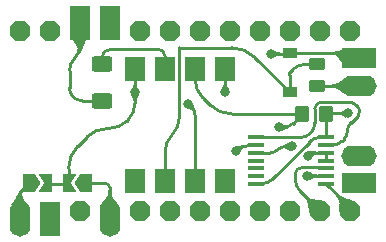
<source format=gbr>
%TF.GenerationSoftware,KiCad,Pcbnew,(6.0.9)*%
%TF.CreationDate,2022-11-13T21:00:24-06:00*%
%TF.ProjectId,melodyous-micro,6d656c6f-6479-46f7-9573-2d6d6963726f,rev?*%
%TF.SameCoordinates,Original*%
%TF.FileFunction,Copper,L1,Top*%
%TF.FilePolarity,Positive*%
%FSLAX46Y46*%
G04 Gerber Fmt 4.6, Leading zero omitted, Abs format (unit mm)*
G04 Created by KiCad (PCBNEW (6.0.9)) date 2022-11-13 21:00:24*
%MOMM*%
%LPD*%
G01*
G04 APERTURE LIST*
G04 Aperture macros list*
%AMRoundRect*
0 Rectangle with rounded corners*
0 $1 Rounding radius*
0 $2 $3 $4 $5 $6 $7 $8 $9 X,Y pos of 4 corners*
0 Add a 4 corners polygon primitive as box body*
4,1,4,$2,$3,$4,$5,$6,$7,$8,$9,$2,$3,0*
0 Add four circle primitives for the rounded corners*
1,1,$1+$1,$2,$3*
1,1,$1+$1,$4,$5*
1,1,$1+$1,$6,$7*
1,1,$1+$1,$8,$9*
0 Add four rect primitives between the rounded corners*
20,1,$1+$1,$2,$3,$4,$5,0*
20,1,$1+$1,$4,$5,$6,$7,0*
20,1,$1+$1,$6,$7,$8,$9,0*
20,1,$1+$1,$8,$9,$2,$3,0*%
%AMFreePoly0*
4,1,6,0.500000,-0.750000,-0.650000,-0.750000,-0.150000,0.000000,-0.650000,0.750000,0.500000,0.750000,0.500000,-0.750000,0.500000,-0.750000,$1*%
%AMFreePoly1*
4,1,6,1.000000,0.000000,0.500000,-0.750000,-0.500000,-0.750000,-0.500000,0.750000,0.500000,0.750000,1.000000,0.000000,1.000000,0.000000,$1*%
%AMFreePoly2*
4,1,17,0.377620,0.861655,0.861655,0.377620,0.876300,0.342265,0.876300,-0.342265,0.861655,-0.377620,0.377620,-0.861655,0.342265,-0.876300,-0.342265,-0.876300,-0.377620,-0.861655,-0.861655,-0.377620,-0.876300,-0.342265,-0.876300,0.342265,-0.861655,0.377620,-0.377620,0.861655,-0.342265,0.876300,0.342265,0.876300,0.377620,0.861655,0.377620,0.861655,$1*%
G04 Aperture macros list end*
%TA.AperFunction,SMDPad,CuDef*%
%ADD10R,1.200000X0.900000*%
%TD*%
%TA.AperFunction,SMDPad,CuDef*%
%ADD11R,1.450000X0.450000*%
%TD*%
%TA.AperFunction,SMDPad,CuDef*%
%ADD12RoundRect,0.250000X-0.350000X-0.450000X0.350000X-0.450000X0.350000X0.450000X-0.350000X0.450000X0*%
%TD*%
%TA.AperFunction,SMDPad,CuDef*%
%ADD13R,1.780000X2.000000*%
%TD*%
%TA.AperFunction,SMDPad,CuDef*%
%ADD14FreePoly0,180.000000*%
%TD*%
%TA.AperFunction,SMDPad,CuDef*%
%ADD15FreePoly1,180.000000*%
%TD*%
%TA.AperFunction,SMDPad,CuDef*%
%ADD16RoundRect,0.250000X-0.625000X0.400000X-0.625000X-0.400000X0.625000X-0.400000X0.625000X0.400000X0*%
%TD*%
%TA.AperFunction,SMDPad,CuDef*%
%ADD17FreePoly0,0.000000*%
%TD*%
%TA.AperFunction,SMDPad,CuDef*%
%ADD18FreePoly1,0.000000*%
%TD*%
%TA.AperFunction,SMDPad,CuDef*%
%ADD19RoundRect,0.250000X0.450000X-0.262500X0.450000X0.262500X-0.450000X0.262500X-0.450000X-0.262500X0*%
%TD*%
%TA.AperFunction,ComponentPad*%
%ADD20R,3.000000X1.752600*%
%TD*%
%TA.AperFunction,ComponentPad*%
%ADD21O,3.000000X1.752600*%
%TD*%
%TA.AperFunction,ComponentPad*%
%ADD22O,1.752600X3.000000*%
%TD*%
%TA.AperFunction,ComponentPad*%
%ADD23R,1.752600X3.000000*%
%TD*%
%TA.AperFunction,ComponentPad*%
%ADD24FreePoly2,0.000000*%
%TD*%
%TA.AperFunction,ViaPad*%
%ADD25C,0.800000*%
%TD*%
%TA.AperFunction,Conductor*%
%ADD26C,0.250000*%
%TD*%
G04 APERTURE END LIST*
D10*
%TO.P,D1,2,A*%
%TO.N,Net-(D1-Pad2)*%
X130770000Y-67909998D03*
%TO.P,D1,1,K*%
%TO.N,Net-(D1-Pad1)*%
X130770000Y-71209998D03*
%TD*%
D11*
%TO.P,MCP42010,1,~{CS}*%
%TO.N,Net-(MCP42010-Pad1)*%
X133860000Y-78940000D03*
%TO.P,MCP42010,2,SCK*%
%TO.N,Net-(MCP42010-Pad2)*%
X133860000Y-78290000D03*
%TO.P,MCP42010,3,SI*%
%TO.N,Net-(MCP42010-Pad3)*%
X133860000Y-77640000D03*
%TO.P,MCP42010,4,VSS*%
%TO.N,Net-(ISOLATOR1-Pad5)*%
X133860000Y-76990000D03*
%TO.P,MCP42010,5,PB1*%
X133860000Y-76340000D03*
%TO.P,MCP42010,6,PW1*%
%TO.N,Net-(MCP42010-Pad6)*%
X133860000Y-75690000D03*
%TO.P,MCP42010,7,PA1*%
%TO.N,Net-(ISOLATOR1-Pad8)*%
X133860000Y-75040000D03*
%TO.P,MCP42010,8,PA0*%
%TO.N,Net-(MCP42010-Pad6)*%
X127960000Y-75040000D03*
%TO.P,MCP42010,9,PW0*%
%TO.N,Net-(MCP42010-Pad9)*%
X127960000Y-75690000D03*
%TO.P,MCP42010,10,PB0*%
%TO.N,Net-(MCP42010-Pad10)*%
X127960000Y-76340000D03*
%TO.P,MCP42010,11,~{RS}*%
%TO.N,unconnected-(MCP42010-Pad11)*%
X127960000Y-76990000D03*
%TO.P,MCP42010,12,~{SHDN}*%
%TO.N,unconnected-(MCP42010-Pad12)*%
X127960000Y-77640000D03*
%TO.P,MCP42010,13,SO*%
%TO.N,unconnected-(MCP42010-Pad13)*%
X127960000Y-78290000D03*
%TO.P,MCP42010,14,VDD*%
%TO.N,Net-(ISOLATOR1-Pad8)*%
X127960000Y-78940000D03*
%TD*%
D12*
%TO.P,R1,2*%
%TO.N,Net-(ISOLATOR1-Pad8)*%
X133840000Y-73060000D03*
%TO.P,R1,1*%
%TO.N,Net-(ISOLATOR1-Pad6)*%
X131840000Y-73060000D03*
%TD*%
D13*
%TO.P,ISOLATOR1,8,VCC*%
%TO.N,Net-(ISOLATOR1-Pad8)*%
X117690000Y-69205000D03*
%TO.P,ISOLATOR1,7,VO1*%
%TO.N,Net-(ISOLATOR1-Pad7)*%
X120230000Y-69205000D03*
%TO.P,ISOLATOR1,6,VO2*%
%TO.N,Net-(ISOLATOR1-Pad6)*%
X122770000Y-69205000D03*
%TO.P,ISOLATOR1,5,GND*%
%TO.N,Net-(ISOLATOR1-Pad5)*%
X125310000Y-69205000D03*
%TO.P,ISOLATOR1,4,NC*%
%TO.N,unconnected-(ISOLATOR1-Pad4)*%
X125310000Y-78735000D03*
%TO.P,ISOLATOR1,3,C2*%
%TO.N,Net-(D1-Pad2)*%
X122770000Y-78735000D03*
%TO.P,ISOLATOR1,2,C1*%
%TO.N,Net-(D1-Pad1)*%
X120230000Y-78735000D03*
%TO.P,ISOLATOR1,1,NC*%
%TO.N,unconnected-(ISOLATOR1-Pad1)*%
X117690000Y-78735000D03*
%TD*%
D14*
%TO.P,JP2,2,B*%
%TO.N,Net-(ISOLATOR1-Pad8)*%
X112090000Y-78900000D03*
D15*
%TO.P,JP2,1,A*%
%TO.N,Net-(JP2-Pad1)*%
X113540000Y-78900000D03*
%TD*%
D16*
%TO.P,R2,2*%
%TO.N,Net-(ISOLATOR1-Pad5)*%
X114850000Y-71920000D03*
%TO.P,R2,1*%
%TO.N,Net-(ISOLATOR1-Pad7)*%
X114850000Y-68820000D03*
%TD*%
D17*
%TO.P,JP1,2,B*%
%TO.N,Net-(ISOLATOR1-Pad8)*%
X110145000Y-78900000D03*
D18*
%TO.P,JP1,1,A*%
%TO.N,Net-(JP1-Pad1)*%
X108695000Y-78900000D03*
%TD*%
D19*
%TO.P,R3,2*%
%TO.N,Net-(D1-Pad1)*%
X133100000Y-68855000D03*
%TO.P,R3,1*%
%TO.N,Net-(J1-PadA)*%
X133100000Y-70680000D03*
%TD*%
D20*
%TO.P,J1,C*%
%TO.N,Net-(D1-Pad2)*%
X136660400Y-68320000D03*
D21*
%TO.P,J1,A*%
%TO.N,Net-(J1-PadA)*%
X136660400Y-70682000D03*
%TD*%
D22*
%TO.P,U1,24,RAW*%
%TO.N,Net-(JP1-Pad1)*%
X107910000Y-81900400D03*
D23*
%TO.P,U1,23,GND*%
%TO.N,Net-(ISOLATOR1-Pad5)*%
X110450000Y-81900400D03*
D24*
%TO.P,U1,22,RST*%
%TO.N,unconnected-(U1-Pad22)*%
X112990000Y-81240000D03*
D22*
%TO.P,U1,21,VCC*%
%TO.N,Net-(JP2-Pad1)*%
X115530000Y-81900400D03*
D24*
%TO.P,U1,20,A3/PF4*%
%TO.N,unconnected-(U1-Pad20)*%
X118070000Y-81240000D03*
%TO.P,U1,19,A2/PF5*%
%TO.N,unconnected-(U1-Pad19)*%
X120610000Y-81240000D03*
%TO.P,U1,18,A1/PF6*%
%TO.N,unconnected-(U1-Pad18)*%
X123150000Y-81240000D03*
%TO.P,U1,17,A0/PF7*%
%TO.N,unconnected-(U1-Pad17)*%
X125690000Y-81240000D03*
%TO.P,U1,16,15/PB1*%
%TO.N,Net-(MCP42010-Pad2)*%
X128230000Y-81240000D03*
%TO.P,U1,15,14/PB3*%
%TO.N,unconnected-(U1-Pad15)*%
X130770000Y-81240000D03*
%TO.P,U1,14,16/PB2*%
%TO.N,Net-(MCP42010-Pad3)*%
X133310000Y-81240000D03*
%TO.P,U1,13,10/PB6*%
%TO.N,Net-(MCP42010-Pad1)*%
X135850000Y-81240000D03*
%TO.P,U1,12,9/PB5*%
%TO.N,unconnected-(U1-Pad12)*%
X135850000Y-66000000D03*
%TO.P,U1,11,8/PB4*%
%TO.N,unconnected-(U1-Pad11)*%
X133310000Y-66000000D03*
%TO.P,U1,10,7/PE6*%
%TO.N,unconnected-(U1-Pad10)*%
X130770000Y-66000000D03*
%TO.P,U1,9,6/PD7*%
%TO.N,unconnected-(U1-Pad9)*%
X128230000Y-66000000D03*
%TO.P,U1,8,5/PC6*%
%TO.N,unconnected-(U1-Pad8)*%
X125690000Y-66000000D03*
%TO.P,U1,7,4/PD4*%
%TO.N,unconnected-(U1-Pad7)*%
X123150000Y-66000000D03*
%TO.P,U1,6,3/PD0*%
%TO.N,unconnected-(U1-Pad6)*%
X120610000Y-66000000D03*
%TO.P,U1,5,2/PD1*%
%TO.N,unconnected-(U1-Pad5)*%
X118070000Y-66000000D03*
D23*
%TO.P,U1,4,GND*%
%TO.N,Net-(ISOLATOR1-Pad5)*%
X115530000Y-65339600D03*
%TO.P,U1,3,GND*%
X112990000Y-65339600D03*
D24*
%TO.P,U1,2,RX1/PD2*%
%TO.N,Net-(ISOLATOR1-Pad6)*%
X110450000Y-66000000D03*
%TO.P,U1,1,TX0/PD3*%
%TO.N,unconnected-(U1-Pad1)*%
X107910000Y-66000000D03*
%TD*%
D21*
%TO.P,POTW1,2,Pin_2*%
%TO.N,Net-(MCP42010-Pad10)*%
X136660400Y-76568000D03*
D20*
%TO.P,POTW1,1,Pin_1*%
%TO.N,Net-(MCP42010-Pad9)*%
X136660400Y-78900000D03*
%TD*%
D25*
%TO.N,Net-(D1-Pad2)*%
X129190000Y-67970000D03*
X122212109Y-72226218D03*
%TO.N,Net-(ISOLATOR1-Pad5)*%
X132305070Y-76607799D03*
X125340000Y-71200000D03*
%TO.N,Net-(ISOLATOR1-Pad6)*%
X129860000Y-74170000D03*
%TO.N,Net-(ISOLATOR1-Pad8)*%
X117690000Y-71220000D03*
X135730000Y-73000000D03*
%TO.N,Net-(MCP42010-Pad2)*%
X132270000Y-78290000D03*
%TO.N,Net-(MCP42010-Pad9)*%
X126200000Y-76160000D03*
%TO.N,Net-(MCP42010-Pad10)*%
X130960000Y-75800000D03*
%TD*%
D26*
%TO.N,Net-(JP1-Pad1)*%
X108302500Y-79292500D02*
X108695000Y-78900000D01*
X107910000Y-80240078D02*
X107910000Y-81240000D01*
X107909992Y-80240078D02*
G75*
G02*
X108302501Y-79292501I1340108J-22D01*
G01*
%TO.N,Net-(JP2-Pad1)*%
X115154436Y-78900000D02*
X113540000Y-78900000D01*
X115530000Y-79275563D02*
X115530000Y-81240000D01*
X115530015Y-79275563D02*
G75*
G03*
X115420000Y-79010000I-375615J-37D01*
G01*
X115154436Y-78899985D02*
G75*
G02*
X115420000Y-79010000I-36J-375615D01*
G01*
%TO.N,Net-(MCP42010-Pad6)*%
X135378425Y-75201573D02*
X135254159Y-75325840D01*
X135721342Y-72035000D02*
X133489999Y-72035000D01*
X135961573Y-73793731D02*
X136573167Y-73182137D01*
X136427500Y-72327500D02*
X136573167Y-72473167D01*
X132915000Y-73817035D02*
X132915000Y-72609999D01*
X131692035Y-75040000D02*
X127960000Y-75040000D01*
X135961546Y-73793704D02*
G75*
G03*
X135670000Y-74497652I703954J-703896D01*
G01*
X132556792Y-74681792D02*
G75*
G03*
X132915000Y-73817035I-864792J864792D01*
G01*
X133083414Y-72203414D02*
G75*
G03*
X132915000Y-72609999I406586J-406586D01*
G01*
X136719970Y-72827652D02*
G75*
G02*
X136573166Y-73182136I-501270J-48D01*
G01*
X135378451Y-75201599D02*
G75*
G03*
X135670000Y-74497652I-703951J703899D01*
G01*
X131692035Y-75040014D02*
G75*
G03*
X132556801Y-74681801I-35J1223014D01*
G01*
X134375000Y-75690005D02*
G75*
G03*
X135254159Y-75325840I0J1243305D01*
G01*
X133083414Y-72203414D02*
G75*
G02*
X133489999Y-72035000I406586J-406586D01*
G01*
X136427488Y-72327512D02*
G75*
G03*
X135721342Y-72035000I-706188J-706188D01*
G01*
X136573140Y-72473194D02*
G75*
G02*
X136720000Y-72827652I-354440J-354506D01*
G01*
%TO.N,Net-(D1-Pad1)*%
X132047149Y-68855000D02*
X133100000Y-68855000D01*
X121443535Y-67440000D02*
X125873020Y-67440000D01*
X127796898Y-68236896D02*
X130770000Y-71209998D01*
X120230000Y-76269134D02*
X120230000Y-78735000D01*
X130730000Y-69610000D02*
X131087500Y-69252500D01*
X121445000Y-73335865D02*
X121445000Y-67448535D01*
X130770000Y-69786568D02*
X130770000Y-71209998D01*
X130770013Y-69786568D02*
G75*
G03*
X130730000Y-69690000I-136613J-32D01*
G01*
X130730000Y-69690000D02*
G75*
G02*
X130730000Y-69610000I40000J40000D01*
G01*
X121442439Y-67442561D02*
G75*
G02*
X121443535Y-67440000I1061J1061D01*
G01*
X127796893Y-68236901D02*
G75*
G03*
X125873020Y-67440000I-1923893J-1923899D01*
G01*
X121444985Y-73335865D02*
G75*
G02*
X120837500Y-74802500I-2074085J-35D01*
G01*
X120837490Y-74802490D02*
G75*
G03*
X120230000Y-76269134I1466610J-1466610D01*
G01*
X121444985Y-67448535D02*
G75*
G03*
X121442500Y-67442500I-8485J35D01*
G01*
X132047149Y-68855021D02*
G75*
G03*
X131087500Y-69252500I-49J-1357079D01*
G01*
%TO.N,Net-(D1-Pad2)*%
X129190000Y-67970000D02*
X130667570Y-67970000D01*
X130812427Y-67909998D02*
X135589998Y-67909998D01*
X122770000Y-73178597D02*
X122770000Y-78735000D01*
X122491054Y-72505163D02*
X122212109Y-72226218D01*
X122769995Y-73178597D02*
G75*
G03*
X122491053Y-72505164I-952395J-3D01*
G01*
%TO.N,Net-(J1-PadA)*%
X136000000Y-70682000D02*
X133102000Y-70682000D01*
%TO.N,Net-(ISOLATOR1-Pad5)*%
X132762231Y-76340000D02*
X133860000Y-76340000D01*
X125310000Y-71148786D02*
X125310000Y-69205000D01*
X133860000Y-76340000D02*
X133860000Y-76990000D01*
X125340000Y-71200000D02*
X125325000Y-71185000D01*
X112140000Y-70878664D02*
X112140000Y-69371040D01*
X132305070Y-76607799D02*
X132438969Y-76473899D01*
X113181335Y-71920000D02*
X114850000Y-71920000D01*
X112990000Y-67318959D02*
X112990000Y-66000000D01*
X112444990Y-71615010D02*
G75*
G02*
X112140000Y-70878664I736310J736310D01*
G01*
X132762231Y-76340033D02*
G75*
G03*
X132438969Y-76473899I-31J-457167D01*
G01*
X112564988Y-68344988D02*
G75*
G03*
X112140000Y-69371040I1026012J-1026012D01*
G01*
X125324996Y-71185004D02*
G75*
G02*
X125310000Y-71148786I36204J36204D01*
G01*
X112444990Y-71615010D02*
G75*
G03*
X113181335Y-71920000I736310J736310D01*
G01*
X112565012Y-68345012D02*
G75*
G03*
X112990000Y-67318959I-1026012J1026012D01*
G01*
%TO.N,Net-(ISOLATOR1-Pad6)*%
X122770000Y-70117500D02*
X122770000Y-69205000D01*
X125926981Y-73060000D02*
X131840000Y-73060000D01*
X123415234Y-71675234D02*
X124003103Y-72263103D01*
X130295000Y-74170000D02*
X129860000Y-74170000D01*
X131840000Y-73060000D02*
X131037591Y-73862408D01*
X124003107Y-72263099D02*
G75*
G03*
X125926981Y-73060000I1923893J1923899D01*
G01*
X122770009Y-70117500D02*
G75*
G03*
X123415234Y-71675234I2202991J0D01*
G01*
X131037595Y-73862412D02*
G75*
G02*
X130295000Y-74170000I-742595J742612D01*
G01*
%TO.N,Net-(ISOLATOR1-Pad7)*%
X120230000Y-68164558D02*
X120230000Y-69205000D01*
X115652340Y-67550000D02*
X119615441Y-67550000D01*
X119615441Y-67549983D02*
G75*
G02*
X120050000Y-67730000I-41J-614617D01*
G01*
X120230017Y-68164558D02*
G75*
G03*
X120050000Y-67730000I-614617J-42D01*
G01*
X115084988Y-67784988D02*
G75*
G02*
X115652340Y-67550000I567312J-567312D01*
G01*
X114850017Y-68352340D02*
G75*
G02*
X115085000Y-67785000I802283J40D01*
G01*
%TO.N,Net-(ISOLATOR1-Pad8)*%
X117690000Y-72095000D02*
X117690000Y-71220000D01*
X112070000Y-78970000D02*
X112080000Y-78980000D01*
X112060000Y-77675154D02*
X112060000Y-78945857D01*
X112045857Y-78960000D02*
X110535000Y-78960000D01*
X135730000Y-73000000D02*
X133942426Y-73000000D01*
X133860000Y-75040000D02*
X133860000Y-73080000D01*
X117690000Y-71220000D02*
X117690000Y-69205000D01*
X117071281Y-73588718D02*
X117034999Y-73624999D01*
X132472607Y-75402392D02*
X129279714Y-78595285D01*
X115453690Y-74280000D02*
X115354086Y-74280000D01*
X113602742Y-75005430D02*
X112856896Y-75751276D01*
X115354086Y-74279998D02*
G75*
G03*
X113602743Y-75005431I14J-2476802D01*
G01*
X117690010Y-72095000D02*
G75*
G02*
X117071281Y-73588718I-2112410J0D01*
G01*
X128447500Y-78940007D02*
G75*
G03*
X129279713Y-78595284I0J1176907D01*
G01*
X133347500Y-75040004D02*
G75*
G03*
X132472607Y-75402392I0J-1237296D01*
G01*
X117035003Y-73625003D02*
G75*
G02*
X115453690Y-74280000I-1581303J1581303D01*
G01*
X112856914Y-75751294D02*
G75*
G03*
X112060000Y-77675154I1923886J-1923906D01*
G01*
%TO.N,Net-(MCP42010-Pad1)*%
X135850000Y-80930000D02*
X133860000Y-78940000D01*
%TO.N,Net-(MCP42010-Pad2)*%
X132270000Y-78290000D02*
X133860000Y-78290000D01*
%TO.N,Net-(MCP42010-Pad3)*%
X131678406Y-79608406D02*
X133310000Y-81240000D01*
X131863093Y-77565000D02*
X133785000Y-77565000D01*
X131240000Y-78550000D02*
X131240000Y-78188093D01*
X131678409Y-79608403D02*
G75*
G02*
X131240000Y-78550000I1058391J1058403D01*
G01*
X131422502Y-77747502D02*
G75*
G02*
X131863093Y-77565000I440598J-440598D01*
G01*
X131239998Y-78188093D02*
G75*
G02*
X131422500Y-77747500I623102J-7D01*
G01*
%TO.N,Net-(MCP42010-Pad9)*%
X126200000Y-76160000D02*
X126587750Y-75925000D01*
X127428903Y-75690002D02*
G75*
G03*
X126587750Y-75925000I-3J-1622898D01*
G01*
%TO.N,Net-(MCP42010-Pad10)*%
X129128162Y-76340000D02*
X127988284Y-76340000D01*
X130431837Y-75800000D02*
X130960000Y-75800000D01*
X129128162Y-76339984D02*
G75*
G03*
X129780000Y-76070000I38J921784D01*
G01*
X130431837Y-75800016D02*
G75*
G03*
X129780000Y-76070000I-37J-921784D01*
G01*
%TD*%
%TA.AperFunction,Conductor*%
%TO.N,Net-(ISOLATOR1-Pad8)*%
G36*
X135561703Y-72645826D02*
G01*
X135921231Y-72991567D01*
X135924819Y-72999771D01*
X135921231Y-73008433D01*
X135561703Y-73354174D01*
X135553365Y-73357439D01*
X135548191Y-73356119D01*
X135485994Y-73323736D01*
X135485465Y-73323443D01*
X135476739Y-73318311D01*
X135426061Y-73288503D01*
X135425785Y-73288333D01*
X135373190Y-73255118D01*
X135373188Y-73255115D01*
X135373187Y-73255116D01*
X135324437Y-73224310D01*
X135324427Y-73224304D01*
X135324359Y-73224261D01*
X135276352Y-73196476D01*
X135276150Y-73196379D01*
X135276144Y-73196376D01*
X135226339Y-73172506D01*
X135226064Y-73172374D01*
X135170389Y-73152564D01*
X135144557Y-73146563D01*
X135106524Y-73137728D01*
X135106521Y-73137728D01*
X135106222Y-73137658D01*
X135105913Y-73137620D01*
X135105909Y-73137619D01*
X135061886Y-73132162D01*
X135030461Y-73128266D01*
X134974870Y-73126259D01*
X134951278Y-73125407D01*
X134943134Y-73121684D01*
X134940000Y-73113715D01*
X134940000Y-72886285D01*
X134943427Y-72878012D01*
X134951278Y-72874593D01*
X134984212Y-72873403D01*
X135030461Y-72871733D01*
X135061886Y-72867837D01*
X135105909Y-72862380D01*
X135105913Y-72862379D01*
X135106222Y-72862341D01*
X135106521Y-72862271D01*
X135106524Y-72862271D01*
X135170070Y-72847509D01*
X135170068Y-72847509D01*
X135170389Y-72847435D01*
X135226064Y-72827625D01*
X135245766Y-72818182D01*
X135276144Y-72803623D01*
X135276150Y-72803620D01*
X135276352Y-72803523D01*
X135324359Y-72775738D01*
X135373187Y-72744883D01*
X135425785Y-72711666D01*
X135426061Y-72711496D01*
X135485465Y-72676556D01*
X135485994Y-72676263D01*
X135493879Y-72672158D01*
X135548191Y-72643881D01*
X135557111Y-72643100D01*
X135561703Y-72645826D01*
G37*
%TD.AperFunction*%
%TD*%
%TA.AperFunction,Conductor*%
%TO.N,Net-(MCP42010-Pad3)*%
G36*
X132171820Y-79924230D02*
G01*
X132316976Y-80055073D01*
X132457918Y-80153185D01*
X132590233Y-80218798D01*
X132717764Y-80259579D01*
X132718115Y-80259644D01*
X132718117Y-80259645D01*
X132844153Y-80283159D01*
X132844156Y-80283159D01*
X132844352Y-80283196D01*
X132973837Y-80297319D01*
X133109872Y-80309599D01*
X133110255Y-80309640D01*
X133146505Y-80314119D01*
X133256470Y-80327706D01*
X133257263Y-80327833D01*
X133364952Y-80348972D01*
X133417561Y-80359300D01*
X133418611Y-80359557D01*
X133589354Y-80409812D01*
X133596322Y-80415435D01*
X133597748Y-80420805D01*
X133602191Y-80648117D01*
X133619580Y-81537653D01*
X133616315Y-81545992D01*
X133607653Y-81549580D01*
X133238586Y-81542366D01*
X132490806Y-81527748D01*
X132482603Y-81524160D01*
X132479812Y-81519354D01*
X132429557Y-81348611D01*
X132429300Y-81347561D01*
X132397835Y-81187276D01*
X132397704Y-81186457D01*
X132379640Y-81040255D01*
X132379599Y-81039872D01*
X132367319Y-80903837D01*
X132353218Y-80774558D01*
X132353196Y-80774352D01*
X132329579Y-80647764D01*
X132288798Y-80520233D01*
X132223185Y-80387918D01*
X132125073Y-80246976D01*
X131994230Y-80101820D01*
X131991236Y-80093381D01*
X131994647Y-80085714D01*
X132155714Y-79924647D01*
X132163987Y-79921220D01*
X132171820Y-79924230D01*
G37*
%TD.AperFunction*%
%TD*%
%TA.AperFunction,Conductor*%
%TO.N,Net-(JP2-Pad1)*%
G36*
X115652164Y-79497127D02*
G01*
X115655575Y-79504794D01*
X115665696Y-79699955D01*
X115695980Y-79868992D01*
X115743146Y-80008948D01*
X115804488Y-80127963D01*
X115877299Y-80234174D01*
X115958873Y-80335720D01*
X116015577Y-80403678D01*
X116046380Y-80440594D01*
X116046622Y-80440894D01*
X116137222Y-80557038D01*
X116137709Y-80557709D01*
X116228810Y-80693313D01*
X116229370Y-80694237D01*
X116314565Y-80850500D01*
X116315517Y-80859405D01*
X116312726Y-80864211D01*
X115538433Y-81669381D01*
X115530229Y-81672969D01*
X115521567Y-81669381D01*
X114747274Y-80864211D01*
X114744009Y-80855872D01*
X114745435Y-80850500D01*
X114830629Y-80694237D01*
X114831189Y-80693313D01*
X114922290Y-80557709D01*
X114922777Y-80557038D01*
X115013377Y-80440894D01*
X115013619Y-80440594D01*
X115044422Y-80403678D01*
X115101126Y-80335720D01*
X115182700Y-80234174D01*
X115255511Y-80127963D01*
X115316853Y-80008948D01*
X115364019Y-79868992D01*
X115394303Y-79699955D01*
X115404425Y-79504794D01*
X115408275Y-79496709D01*
X115416109Y-79493700D01*
X115643891Y-79493700D01*
X115652164Y-79497127D01*
G37*
%TD.AperFunction*%
%TD*%
%TA.AperFunction,Conductor*%
%TO.N,Net-(D1-Pad2)*%
G36*
X129371808Y-67613881D02*
G01*
X129426828Y-67642527D01*
X129434005Y-67646263D01*
X129434534Y-67646556D01*
X129493938Y-67681496D01*
X129494214Y-67681666D01*
X129546809Y-67714881D01*
X129546811Y-67714884D01*
X129546812Y-67714883D01*
X129595640Y-67745738D01*
X129643647Y-67773523D01*
X129643849Y-67773620D01*
X129643855Y-67773623D01*
X129674233Y-67788182D01*
X129693935Y-67797625D01*
X129749610Y-67817435D01*
X129749931Y-67817509D01*
X129749929Y-67817509D01*
X129813475Y-67832271D01*
X129813478Y-67832271D01*
X129813777Y-67832341D01*
X129814086Y-67832379D01*
X129814090Y-67832380D01*
X129858113Y-67837837D01*
X129889538Y-67841733D01*
X129936068Y-67843413D01*
X129968722Y-67844593D01*
X129976866Y-67848316D01*
X129980000Y-67856285D01*
X129980000Y-68083715D01*
X129976573Y-68091988D01*
X129968722Y-68095407D01*
X129945541Y-68096244D01*
X129889538Y-68098266D01*
X129858113Y-68102162D01*
X129814090Y-68107619D01*
X129814086Y-68107620D01*
X129813777Y-68107658D01*
X129813478Y-68107728D01*
X129813475Y-68107728D01*
X129775442Y-68116563D01*
X129749610Y-68122564D01*
X129693935Y-68142374D01*
X129693660Y-68142506D01*
X129643855Y-68166376D01*
X129643849Y-68166379D01*
X129643647Y-68166476D01*
X129595640Y-68194261D01*
X129546812Y-68225116D01*
X129494214Y-68258333D01*
X129493938Y-68258503D01*
X129443260Y-68288311D01*
X129434534Y-68293443D01*
X129434005Y-68293736D01*
X129371809Y-68326119D01*
X129362889Y-68326900D01*
X129358298Y-68324175D01*
X128998769Y-67978433D01*
X128995181Y-67970229D01*
X128998769Y-67961567D01*
X129358297Y-67615826D01*
X129366636Y-67612561D01*
X129371808Y-67613881D01*
G37*
%TD.AperFunction*%
%TD*%
%TA.AperFunction,Conductor*%
%TO.N,Net-(MCP42010-Pad1)*%
G36*
X134881529Y-79784005D02*
G01*
X134989780Y-79882463D01*
X134991636Y-79884618D01*
X135012075Y-79915205D01*
X135015848Y-79920852D01*
X135082169Y-79965167D01*
X135092359Y-79967194D01*
X135096945Y-79969198D01*
X135189674Y-80036502D01*
X135330443Y-80114447D01*
X135330759Y-80114577D01*
X135330764Y-80114579D01*
X135431502Y-80155891D01*
X135464520Y-80169431D01*
X135464759Y-80169505D01*
X135464766Y-80169508D01*
X135534343Y-80191181D01*
X135595598Y-80210262D01*
X135727310Y-80245730D01*
X135727485Y-80245779D01*
X135863180Y-80284590D01*
X135863878Y-80284813D01*
X136007283Y-80335728D01*
X136008287Y-80336138D01*
X136163285Y-80407951D01*
X136164354Y-80408516D01*
X136327961Y-80505985D01*
X136333315Y-80513163D01*
X136333357Y-80518738D01*
X136075361Y-81605582D01*
X136070116Y-81612840D01*
X136060832Y-81614149D01*
X134984841Y-81313856D01*
X134977793Y-81308332D01*
X134976295Y-81303043D01*
X134969884Y-81138855D01*
X134969882Y-81137986D01*
X134975347Y-80983189D01*
X134975378Y-80982663D01*
X134986728Y-80841644D01*
X134986744Y-80841612D01*
X134986731Y-80841611D01*
X134997615Y-80711069D01*
X134997616Y-80711056D01*
X134997627Y-80710921D01*
X135001678Y-80587353D01*
X134996440Y-80518738D01*
X134992556Y-80467856D01*
X134992555Y-80467852D01*
X134992520Y-80467389D01*
X134963788Y-80347515D01*
X134909116Y-80224215D01*
X134822141Y-80093973D01*
X134708927Y-79967193D01*
X134703862Y-79961521D01*
X134700908Y-79953068D01*
X134704316Y-79945455D01*
X134865384Y-79784387D01*
X134873657Y-79780960D01*
X134881529Y-79784005D01*
G37*
%TD.AperFunction*%
%TD*%
%TA.AperFunction,Conductor*%
%TO.N,Net-(JP1-Pad1)*%
G36*
X108096678Y-79356111D02*
G01*
X108277184Y-79494451D01*
X108281666Y-79502203D01*
X108279963Y-79509979D01*
X108185008Y-79660517D01*
X108136718Y-79804123D01*
X108136693Y-79804990D01*
X108136693Y-79804992D01*
X108133008Y-79934915D01*
X108132984Y-79935763D01*
X108165999Y-80059435D01*
X108198508Y-80122242D01*
X108227782Y-80178800D01*
X108227786Y-80178807D01*
X108227957Y-80179137D01*
X108311052Y-80298867D01*
X108407477Y-80422623D01*
X108509252Y-80554178D01*
X108509587Y-80554635D01*
X108608777Y-80697751D01*
X108609363Y-80698690D01*
X108694426Y-80850458D01*
X108695482Y-80859349D01*
X108692653Y-80864287D01*
X107919753Y-81668008D01*
X107911549Y-81671596D01*
X107903210Y-81668331D01*
X107901808Y-81666710D01*
X107219424Y-80713855D01*
X107217393Y-80705134D01*
X107219516Y-80700104D01*
X107221250Y-80697751D01*
X107331052Y-80548697D01*
X107347993Y-80523576D01*
X107424593Y-80409990D01*
X107424595Y-80409987D01*
X107424659Y-80409892D01*
X107466571Y-80341802D01*
X107501420Y-80285188D01*
X107501429Y-80285173D01*
X107501467Y-80285111D01*
X107567650Y-80168931D01*
X107629378Y-80055931D01*
X107692761Y-79940806D01*
X107692891Y-79940576D01*
X107764062Y-79817956D01*
X107764273Y-79817607D01*
X107849435Y-79681995D01*
X107849685Y-79681613D01*
X107955067Y-79527483D01*
X107955320Y-79527127D01*
X108080156Y-79358437D01*
X108087832Y-79353825D01*
X108096678Y-79356111D01*
G37*
%TD.AperFunction*%
%TD*%
%TA.AperFunction,Conductor*%
%TO.N,Net-(ISOLATOR1-Pad5)*%
G36*
X125431992Y-70402213D02*
G01*
X125435411Y-70410060D01*
X125438260Y-70488183D01*
X125438292Y-70488441D01*
X125438293Y-70488447D01*
X125438896Y-70493224D01*
X125447707Y-70563108D01*
X125447780Y-70563413D01*
X125462762Y-70626209D01*
X125462765Y-70626217D01*
X125462842Y-70626542D01*
X125483163Y-70681468D01*
X125483313Y-70681764D01*
X125483315Y-70681769D01*
X125508056Y-70730642D01*
X125508062Y-70730652D01*
X125508170Y-70730866D01*
X125508301Y-70731076D01*
X125508302Y-70731078D01*
X125521699Y-70752577D01*
X125537364Y-70777717D01*
X125537438Y-70777823D01*
X125537441Y-70777828D01*
X125555385Y-70803634D01*
X125570243Y-70825003D01*
X125592308Y-70856022D01*
X125606241Y-70875610D01*
X125606388Y-70875822D01*
X125644906Y-70932582D01*
X125645188Y-70933017D01*
X125681602Y-70992152D01*
X125683022Y-71000994D01*
X125680653Y-71005745D01*
X125362668Y-71390069D01*
X125354754Y-71394259D01*
X125345849Y-71391327D01*
X124974259Y-71058576D01*
X124970382Y-71050504D01*
X124971310Y-71045252D01*
X125000256Y-70977700D01*
X125000511Y-70977144D01*
X125032050Y-70913026D01*
X125032238Y-70912661D01*
X125062574Y-70856090D01*
X125062610Y-70856022D01*
X125091116Y-70803691D01*
X125091117Y-70803689D01*
X125091147Y-70803634D01*
X125117093Y-70752407D01*
X125139791Y-70699058D01*
X125158586Y-70640304D01*
X125172823Y-70572862D01*
X125172852Y-70572605D01*
X125172854Y-70572594D01*
X125181820Y-70493683D01*
X125181821Y-70493671D01*
X125181846Y-70493450D01*
X125182022Y-70488183D01*
X125184623Y-70410096D01*
X125188324Y-70401942D01*
X125196317Y-70398786D01*
X125423719Y-70398786D01*
X125431992Y-70402213D01*
G37*
%TD.AperFunction*%
%TD*%
%TA.AperFunction,Conductor*%
%TO.N,Net-(J1-PadA)*%
G36*
X135624211Y-69899274D02*
G01*
X136319718Y-70568109D01*
X136429381Y-70673567D01*
X136432969Y-70681771D01*
X136429381Y-70690433D01*
X135992236Y-71110814D01*
X135624211Y-71464726D01*
X135615872Y-71467991D01*
X135610501Y-71466565D01*
X135454232Y-71381367D01*
X135453313Y-71380810D01*
X135317709Y-71289709D01*
X135317038Y-71289222D01*
X135200894Y-71198622D01*
X135200594Y-71198380D01*
X135163678Y-71167577D01*
X135095720Y-71110873D01*
X134994174Y-71029299D01*
X134887963Y-70956488D01*
X134887639Y-70956321D01*
X134769335Y-70895345D01*
X134769330Y-70895343D01*
X134768948Y-70895146D01*
X134628992Y-70847980D01*
X134616858Y-70845806D01*
X134460315Y-70817760D01*
X134460307Y-70817759D01*
X134459955Y-70817696D01*
X134386779Y-70813901D01*
X134264794Y-70807575D01*
X134256709Y-70803725D01*
X134253700Y-70795891D01*
X134253700Y-70568109D01*
X134257127Y-70559836D01*
X134264794Y-70556425D01*
X134393414Y-70549754D01*
X134459955Y-70546303D01*
X134460307Y-70546240D01*
X134460315Y-70546239D01*
X134628562Y-70516096D01*
X134628992Y-70516019D01*
X134768948Y-70468853D01*
X134769330Y-70468656D01*
X134769335Y-70468654D01*
X134887639Y-70407678D01*
X134887963Y-70407511D01*
X134994174Y-70334700D01*
X135095720Y-70253126D01*
X135200594Y-70165619D01*
X135200894Y-70165377D01*
X135317038Y-70074777D01*
X135317709Y-70074290D01*
X135453313Y-69983189D01*
X135454232Y-69982632D01*
X135610501Y-69897435D01*
X135619405Y-69896483D01*
X135624211Y-69899274D01*
G37*
%TD.AperFunction*%
%TD*%
%TA.AperFunction,Conductor*%
%TO.N,Net-(ISOLATOR1-Pad8)*%
G36*
X118044174Y-71388297D02*
G01*
X118047439Y-71396635D01*
X118046119Y-71401809D01*
X118013736Y-71464005D01*
X118013443Y-71464534D01*
X117978513Y-71523921D01*
X117978320Y-71524236D01*
X117945118Y-71576809D01*
X117945115Y-71576811D01*
X117945116Y-71576812D01*
X117914261Y-71625640D01*
X117886476Y-71673647D01*
X117862374Y-71723935D01*
X117842564Y-71779610D01*
X117827658Y-71843777D01*
X117818266Y-71919538D01*
X117818257Y-71919799D01*
X117815407Y-71998722D01*
X117811684Y-72006866D01*
X117803715Y-72010000D01*
X117576285Y-72010000D01*
X117568012Y-72006573D01*
X117564593Y-71998722D01*
X117561742Y-71919799D01*
X117561733Y-71919538D01*
X117552341Y-71843777D01*
X117537435Y-71779610D01*
X117517625Y-71723935D01*
X117493523Y-71673647D01*
X117465738Y-71625640D01*
X117434883Y-71576812D01*
X117401666Y-71524214D01*
X117401486Y-71523921D01*
X117366556Y-71464534D01*
X117366263Y-71464005D01*
X117333881Y-71401810D01*
X117333100Y-71392889D01*
X117335826Y-71388297D01*
X117496055Y-71221679D01*
X117496055Y-71221678D01*
X117690000Y-71020000D01*
X118044174Y-71388297D01*
G37*
%TD.AperFunction*%
%TD*%
%TA.AperFunction,Conductor*%
%TO.N,Net-(ISOLATOR1-Pad6)*%
G36*
X130041855Y-73814019D02*
G01*
X130080817Y-73834894D01*
X130101727Y-73846097D01*
X130102393Y-73846483D01*
X130161802Y-73883543D01*
X130162112Y-73883743D01*
X130216322Y-73920040D01*
X130267529Y-73953481D01*
X130267706Y-73953581D01*
X130312171Y-73978698D01*
X130317901Y-73981935D01*
X130369773Y-74003382D01*
X130370259Y-74003490D01*
X130370261Y-74003491D01*
X130379514Y-74005554D01*
X130425477Y-74015802D01*
X130426052Y-74015815D01*
X130426054Y-74015815D01*
X130486807Y-74017162D01*
X130487349Y-74017174D01*
X130524474Y-74011005D01*
X130557279Y-74005554D01*
X130557284Y-74005553D01*
X130557722Y-74005480D01*
X130628491Y-73982141D01*
X130637421Y-73982804D01*
X130643017Y-73988903D01*
X130727533Y-74199964D01*
X130727427Y-74208918D01*
X130721063Y-74215157D01*
X130633777Y-74250509D01*
X130550915Y-74285015D01*
X130479932Y-74315608D01*
X130417478Y-74343595D01*
X130360205Y-74370283D01*
X130360171Y-74370299D01*
X130329347Y-74385143D01*
X130304765Y-74396980D01*
X130247808Y-74424992D01*
X130186003Y-74455619D01*
X130185986Y-74455628D01*
X130115951Y-74490195D01*
X130115903Y-74490218D01*
X130084823Y-74505380D01*
X130041702Y-74526416D01*
X130032765Y-74526964D01*
X130028463Y-74524334D01*
X129925160Y-74424992D01*
X129668769Y-74178433D01*
X129665181Y-74170229D01*
X129668769Y-74161567D01*
X129855419Y-73982075D01*
X129957786Y-73883633D01*
X130028221Y-73815899D01*
X130036560Y-73812634D01*
X130041855Y-73814019D01*
G37*
%TD.AperFunction*%
%TD*%
%TA.AperFunction,Conductor*%
%TO.N,Net-(ISOLATOR1-Pad8)*%
G36*
X117811988Y-70433427D02*
G01*
X117815407Y-70441278D01*
X117818266Y-70520461D01*
X117827658Y-70596222D01*
X117842564Y-70660389D01*
X117862374Y-70716064D01*
X117886476Y-70766352D01*
X117914261Y-70814359D01*
X117914304Y-70814427D01*
X117914310Y-70814437D01*
X117945116Y-70863187D01*
X117945118Y-70863190D01*
X117978320Y-70915763D01*
X117978513Y-70916078D01*
X118013443Y-70975465D01*
X118013736Y-70975994D01*
X118046119Y-71038191D01*
X118046900Y-71047112D01*
X118044175Y-71051702D01*
X117690000Y-71420000D01*
X117335826Y-71051703D01*
X117332561Y-71043364D01*
X117333881Y-71038190D01*
X117366263Y-70975994D01*
X117366556Y-70975465D01*
X117401486Y-70916078D01*
X117401679Y-70915763D01*
X117434881Y-70863190D01*
X117434884Y-70863188D01*
X117434883Y-70863187D01*
X117465689Y-70814437D01*
X117465695Y-70814427D01*
X117465738Y-70814359D01*
X117493523Y-70766352D01*
X117517625Y-70716064D01*
X117537435Y-70660389D01*
X117552341Y-70596222D01*
X117561733Y-70520461D01*
X117564593Y-70441278D01*
X117568316Y-70433134D01*
X117576285Y-70430000D01*
X117803715Y-70430000D01*
X117811988Y-70433427D01*
G37*
%TD.AperFunction*%
%TD*%
%TA.AperFunction,Conductor*%
%TO.N,Net-(ISOLATOR1-Pad5)*%
G36*
X132391170Y-76208000D02*
G01*
X132391229Y-76208000D01*
X132465313Y-76208547D01*
X132465371Y-76208548D01*
X132530737Y-76209354D01*
X132530783Y-76209355D01*
X132590894Y-76210333D01*
X132590918Y-76210333D01*
X132649271Y-76211399D01*
X132709213Y-76212465D01*
X132774160Y-76213444D01*
X132847528Y-76214251D01*
X132932732Y-76214798D01*
X133021515Y-76214977D01*
X133029781Y-76218421D01*
X133033191Y-76226677D01*
X133033191Y-76454070D01*
X133029764Y-76462343D01*
X133022287Y-76465743D01*
X132990627Y-76467899D01*
X132961319Y-76469894D01*
X132961315Y-76469895D01*
X132960825Y-76469928D01*
X132901988Y-76484125D01*
X132901451Y-76484380D01*
X132901447Y-76484381D01*
X132866084Y-76501149D01*
X132854366Y-76506705D01*
X132853865Y-76507094D01*
X132853862Y-76507096D01*
X132824537Y-76529879D01*
X132815647Y-76536785D01*
X132783519Y-76573480D01*
X132783292Y-76573826D01*
X132755794Y-76615716D01*
X132755786Y-76615729D01*
X132755670Y-76615906D01*
X132729786Y-76663179D01*
X132705052Y-76711493D01*
X132703586Y-76714356D01*
X132703501Y-76714518D01*
X132674807Y-76768466D01*
X132674513Y-76768986D01*
X132645156Y-76817980D01*
X132637964Y-76823315D01*
X132632559Y-76823382D01*
X132146754Y-76714344D01*
X132139432Y-76709188D01*
X132137900Y-76700366D01*
X132138237Y-76699166D01*
X132150429Y-76663259D01*
X132302368Y-76215757D01*
X132308273Y-76209025D01*
X132313474Y-76207819D01*
X132391170Y-76208000D01*
G37*
%TD.AperFunction*%
%TD*%
%TA.AperFunction,Conductor*%
%TO.N,Net-(ISOLATOR1-Pad5)*%
G36*
X112997132Y-65571313D02*
G01*
X112998286Y-65572600D01*
X113706260Y-66491067D01*
X113708596Y-66499711D01*
X113706821Y-66504556D01*
X113584156Y-66694461D01*
X113487264Y-66868950D01*
X113487187Y-66869114D01*
X113487180Y-66869127D01*
X113464590Y-66917047D01*
X113412586Y-67027363D01*
X113352079Y-67175984D01*
X113352062Y-67176029D01*
X113352055Y-67176047D01*
X113297722Y-67321041D01*
X113297701Y-67321097D01*
X113241480Y-67468795D01*
X113241324Y-67469183D01*
X113175290Y-67625620D01*
X113175022Y-67626210D01*
X113091067Y-67797896D01*
X113090726Y-67798540D01*
X112980797Y-67991816D01*
X112980439Y-67992404D01*
X112842804Y-68203868D01*
X112835419Y-68208933D01*
X112826354Y-68207117D01*
X112639359Y-68078112D01*
X112634495Y-68070593D01*
X112635874Y-68062625D01*
X112747816Y-67868990D01*
X112771418Y-67797896D01*
X112807936Y-67687892D01*
X112808169Y-67687190D01*
X112819545Y-67521465D01*
X112789960Y-67366702D01*
X112727434Y-67217786D01*
X112727238Y-67217453D01*
X112727234Y-67217446D01*
X112640095Y-67069792D01*
X112640092Y-67069787D01*
X112639985Y-67069606D01*
X112535632Y-66917047D01*
X112422499Y-66755148D01*
X112422295Y-66754845D01*
X112364592Y-66665512D01*
X112308525Y-66578711D01*
X112308078Y-66577959D01*
X112205430Y-66389497D01*
X112204482Y-66380593D01*
X112207272Y-66375791D01*
X112980589Y-65571636D01*
X112988793Y-65568048D01*
X112997132Y-65571313D01*
G37*
%TD.AperFunction*%
%TD*%
%TA.AperFunction,Conductor*%
%TO.N,Net-(D1-Pad2)*%
G36*
X135999788Y-67447140D02*
G01*
X136002921Y-67451835D01*
X136331055Y-68365724D01*
X136383624Y-68512136D01*
X136383194Y-68521081D01*
X136375867Y-68527328D01*
X136171439Y-68586533D01*
X135303065Y-68838026D01*
X135294165Y-68837036D01*
X135290160Y-68833404D01*
X135205868Y-68710450D01*
X135205528Y-68709924D01*
X135130368Y-68586636D01*
X135130247Y-68586433D01*
X135063113Y-68471125D01*
X135063089Y-68471083D01*
X134998358Y-68365538D01*
X134930427Y-68271589D01*
X134853606Y-68190927D01*
X134819420Y-68166360D01*
X134762709Y-68125604D01*
X134762705Y-68125602D01*
X134762210Y-68125246D01*
X134650551Y-68076236D01*
X134512943Y-68045589D01*
X134512487Y-68045560D01*
X134512484Y-68045560D01*
X134354667Y-68035684D01*
X134346624Y-68031747D01*
X134343698Y-68024007D01*
X134343698Y-67796225D01*
X134347125Y-67787952D01*
X134354915Y-67784535D01*
X134553029Y-67776363D01*
X134575110Y-67775452D01*
X134575111Y-67775452D01*
X134575376Y-67775441D01*
X134694121Y-67759529D01*
X134768649Y-67749542D01*
X134768652Y-67749541D01*
X134768939Y-67749503D01*
X134868944Y-67726227D01*
X134932929Y-67711335D01*
X134932935Y-67711333D01*
X134933177Y-67711277D01*
X134933404Y-67711204D01*
X134933410Y-67711202D01*
X135076742Y-67664905D01*
X135076744Y-67664904D01*
X135076878Y-67664861D01*
X135077002Y-67664813D01*
X135077012Y-67664810D01*
X135208832Y-67614349D01*
X135337580Y-67563933D01*
X135338037Y-67563764D01*
X135472209Y-67517573D01*
X135473119Y-67517301D01*
X135561190Y-67494773D01*
X135621531Y-67479339D01*
X135622682Y-67479106D01*
X135794359Y-67453345D01*
X135795544Y-67453228D01*
X135991365Y-67444102D01*
X135999788Y-67447140D01*
G37*
%TD.AperFunction*%
%TD*%
%TA.AperFunction,Conductor*%
%TO.N,Net-(MCP42010-Pad10)*%
G36*
X130791450Y-75445582D02*
G01*
X131151231Y-75791567D01*
X131154819Y-75799771D01*
X131151231Y-75808433D01*
X130978799Y-75974253D01*
X130791743Y-76154136D01*
X130783404Y-76157401D01*
X130778167Y-76156048D01*
X130709192Y-76119601D01*
X130708644Y-76119292D01*
X130640418Y-76078409D01*
X130640284Y-76078327D01*
X130577547Y-76038983D01*
X130577475Y-76038940D01*
X130518259Y-76003632D01*
X130518248Y-76003626D01*
X130518087Y-76003530D01*
X130459569Y-75974253D01*
X130459230Y-75974135D01*
X130459225Y-75974133D01*
X130400067Y-75953557D01*
X130400063Y-75953556D01*
X130399583Y-75953389D01*
X130399078Y-75953308D01*
X130399073Y-75953307D01*
X130364912Y-75947845D01*
X130335723Y-75943178D01*
X130335144Y-75943200D01*
X130335142Y-75943200D01*
X130266124Y-75945837D01*
X130266121Y-75945837D01*
X130265581Y-75945858D01*
X130234614Y-75952855D01*
X130187181Y-75963571D01*
X130187176Y-75963572D01*
X130186749Y-75963669D01*
X130107070Y-75994840D01*
X130098118Y-75994663D01*
X130092193Y-75988864D01*
X129996682Y-75782731D01*
X129996313Y-75773784D01*
X130002476Y-75767152D01*
X130056901Y-75742533D01*
X130099811Y-75723123D01*
X130099977Y-75723050D01*
X130192341Y-75683449D01*
X130192503Y-75683381D01*
X130236572Y-75665517D01*
X130272727Y-75650861D01*
X130272911Y-75650788D01*
X130344480Y-75623178D01*
X130344588Y-75623137D01*
X130410987Y-75598275D01*
X130475660Y-75574010D01*
X130542006Y-75548206D01*
X130613481Y-75518708D01*
X130693541Y-75483358D01*
X130693557Y-75483351D01*
X130693576Y-75483342D01*
X130773785Y-75445583D01*
X130778359Y-75443430D01*
X130787303Y-75443007D01*
X130791450Y-75445582D01*
G37*
%TD.AperFunction*%
%TD*%
%TA.AperFunction,Conductor*%
%TO.N,Net-(D1-Pad2)*%
G36*
X122582442Y-72096696D02*
G01*
X122590628Y-72100326D01*
X122593241Y-72104657D01*
X122618812Y-72180558D01*
X122642428Y-72252711D01*
X122662817Y-72316596D01*
X122681321Y-72375448D01*
X122699279Y-72432507D01*
X122718035Y-72491010D01*
X122738929Y-72554195D01*
X122738948Y-72554250D01*
X122763293Y-72625270D01*
X122763303Y-72625299D01*
X122792497Y-72707557D01*
X122792498Y-72707561D01*
X122823853Y-72793275D01*
X122823477Y-72802221D01*
X122816932Y-72808264D01*
X122603679Y-72887292D01*
X122594730Y-72886953D01*
X122588947Y-72881129D01*
X122588083Y-72879212D01*
X122560552Y-72818134D01*
X122523392Y-72763086D01*
X122482013Y-72722910D01*
X122481482Y-72722580D01*
X122481480Y-72722578D01*
X122436923Y-72694856D01*
X122436470Y-72694574D01*
X122386819Y-72675046D01*
X122333115Y-72661293D01*
X122332959Y-72661263D01*
X122332949Y-72661261D01*
X122275415Y-72650283D01*
X122213994Y-72639022D01*
X122213556Y-72638933D01*
X122148674Y-72624454D01*
X122147835Y-72624234D01*
X122127508Y-72618086D01*
X122087082Y-72605859D01*
X122080155Y-72600184D01*
X122078770Y-72594828D01*
X122071594Y-72096235D01*
X122074902Y-72087914D01*
X122083582Y-72084371D01*
X122582442Y-72096696D01*
G37*
%TD.AperFunction*%
%TD*%
%TA.AperFunction,Conductor*%
%TO.N,Net-(MCP42010-Pad9)*%
G36*
X126912860Y-75646458D02*
G01*
X126918449Y-75653294D01*
X126985270Y-75870551D01*
X126984427Y-75879466D01*
X126978078Y-75884989D01*
X126902054Y-75912580D01*
X126833135Y-75947601D01*
X126778631Y-75986412D01*
X126735387Y-76029171D01*
X126700248Y-76076035D01*
X126670058Y-76127165D01*
X126641664Y-76182718D01*
X126641643Y-76182761D01*
X126611979Y-76242710D01*
X126611846Y-76242971D01*
X126602232Y-76261171D01*
X126577793Y-76307434D01*
X126577476Y-76307997D01*
X126540048Y-76370263D01*
X126532849Y-76375588D01*
X126527455Y-76375650D01*
X126040832Y-76266327D01*
X126033512Y-76261171D01*
X126032090Y-76251903D01*
X126160407Y-75769704D01*
X126165847Y-75762591D01*
X126170712Y-75761056D01*
X126252458Y-75754030D01*
X126252611Y-75754018D01*
X126330241Y-75748372D01*
X126330292Y-75748368D01*
X126399186Y-75743659D01*
X126462562Y-75738767D01*
X126462672Y-75738756D01*
X126462693Y-75738754D01*
X126523657Y-75732573D01*
X126523681Y-75732570D01*
X126523780Y-75732560D01*
X126557200Y-75727928D01*
X126586056Y-75723929D01*
X126586070Y-75723927D01*
X126586198Y-75723909D01*
X126653176Y-75711682D01*
X126728071Y-75694749D01*
X126728146Y-75694729D01*
X126728155Y-75694727D01*
X126755659Y-75687459D01*
X126814242Y-75671978D01*
X126900748Y-75646458D01*
X126903955Y-75645512D01*
X126912860Y-75646458D01*
G37*
%TD.AperFunction*%
%TD*%
%TA.AperFunction,Conductor*%
%TO.N,Net-(MCP42010-Pad2)*%
G36*
X132451808Y-77933881D02*
G01*
X132506828Y-77962526D01*
X132514005Y-77966263D01*
X132514534Y-77966556D01*
X132573938Y-78001496D01*
X132574214Y-78001666D01*
X132626809Y-78034881D01*
X132626811Y-78034884D01*
X132626812Y-78034883D01*
X132675640Y-78065738D01*
X132723647Y-78093523D01*
X132723849Y-78093620D01*
X132723855Y-78093623D01*
X132754233Y-78108182D01*
X132773935Y-78117625D01*
X132829610Y-78137435D01*
X132829931Y-78137509D01*
X132829929Y-78137509D01*
X132893475Y-78152271D01*
X132893478Y-78152271D01*
X132893777Y-78152341D01*
X132894086Y-78152379D01*
X132894090Y-78152380D01*
X132938113Y-78157837D01*
X132969538Y-78161733D01*
X133016068Y-78163413D01*
X133048722Y-78164593D01*
X133056866Y-78168316D01*
X133060000Y-78176285D01*
X133060000Y-78403715D01*
X133056573Y-78411988D01*
X133048722Y-78415407D01*
X133025541Y-78416244D01*
X132969538Y-78418266D01*
X132938113Y-78422162D01*
X132894090Y-78427619D01*
X132894086Y-78427620D01*
X132893777Y-78427658D01*
X132893478Y-78427728D01*
X132893475Y-78427728D01*
X132855442Y-78436563D01*
X132829610Y-78442564D01*
X132773935Y-78462374D01*
X132773660Y-78462506D01*
X132723855Y-78486376D01*
X132723849Y-78486379D01*
X132723647Y-78486476D01*
X132675640Y-78514261D01*
X132626812Y-78545116D01*
X132574214Y-78578333D01*
X132573938Y-78578503D01*
X132523260Y-78608311D01*
X132514534Y-78613443D01*
X132514005Y-78613736D01*
X132451809Y-78646119D01*
X132442889Y-78646900D01*
X132438298Y-78644175D01*
X132078769Y-78298433D01*
X132075181Y-78290229D01*
X132078769Y-78281567D01*
X132438297Y-77935826D01*
X132446636Y-77932561D01*
X132451808Y-77933881D01*
G37*
%TD.AperFunction*%
%TD*%
M02*

</source>
